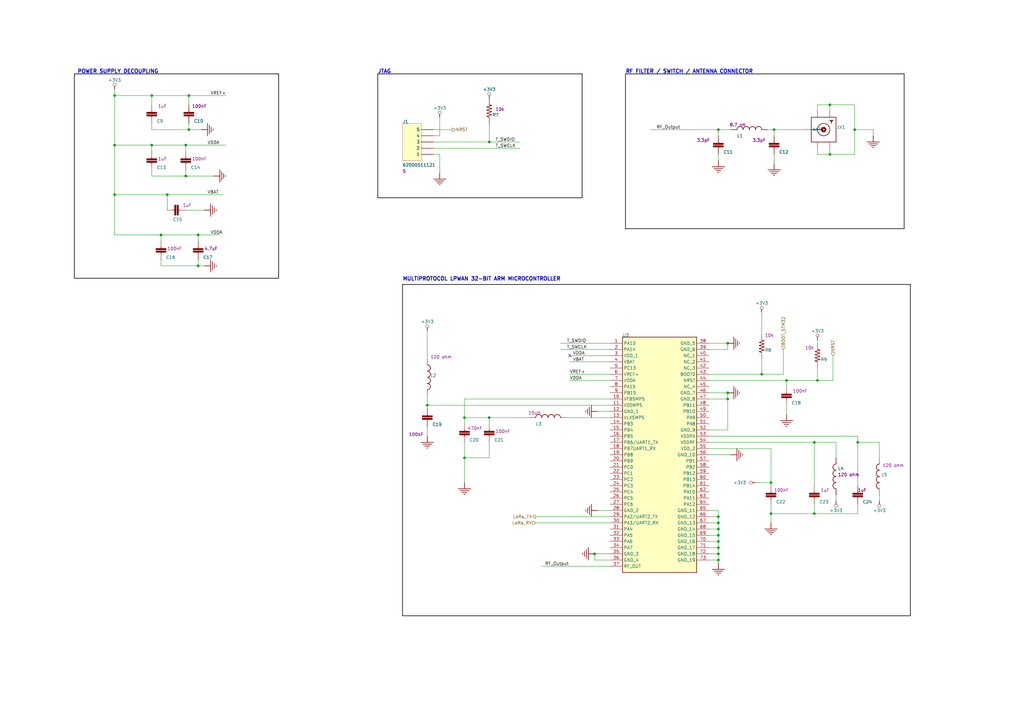
<source format=kicad_sch>
(kicad_sch (version 20231120) (generator "eeschema") (generator_version "8.0")
  (paper "A3")
  (title_block (title "Prototipo Medidor Sem Fio"))
  (lib_symbols
    (symbol "STM32WL_LHCbit-altium-import:+3V3_CIRCLE" (power)
      (property "Reference" "#PWR" (at 0 0 0))
      (property "Value" "+3V3" (at 0 3.81 0))
      (symbol "+3V3_CIRCLE_0_0"
        (circle (center 0 -1.905) (radius 0.635) (stroke (width 0.127)))
        (polyline (pts (xy 0 0) (xy 0 -1.27)) (stroke (width 0.254)))
        (pin power_in line (at 0 0 0) (length 0) hide (name "+3V3") (number ""))
      )
    )
    (symbol "STM32WL_LHCbit-altium-import:GND_POWER_GROUND" (power)
      (property "Reference" "#PWR" (at 0 0 0))
      (property "Value" "GND" (at 0 6.35 0))
      (symbol "GND_POWER_GROUND_0_0"
        (polyline (pts (xy -2.54 -2.54) (xy 2.54 -2.54)) (stroke (width 0.254)))
        (polyline (pts (xy -1.778 -3.302) (xy 1.778 -3.302)) (stroke (width 0.254)))
        (polyline (pts (xy -1.016 -4.064) (xy 1.016 -4.064)) (stroke (width 0.254)))
        (polyline (pts (xy -0.254 -4.826) (xy 0.254 -4.826)) (stroke (width 0.254)))
        (polyline (pts (xy 0 0) (xy 0 -2.54)) (stroke (width 0.254)))
        (pin power_in line (at 0 0 0) (length 0) hide (name "GND") (number ""))
      )
    )
    (symbol "STM32WL_LHCbit-altium-import:root_0_C-EUC0402"
      (symbol "root_0_C-EUC0402_1_0"
        (polyline (pts (xy 0 -2.032) (xy 0 -2.54)) (stroke (width 0.254) (color 128 0 0 1)))
        (polyline (pts (xy 0 -0.508) (xy 0 0)) (stroke (width 0.254) (color 128 0 0 1)))
        (rectangle (start 2.032 -1.524) (end -2.032 -2.032) (stroke (width 0.254) (color 128 0 0 1)) (fill (type outline)))
        (rectangle (start 2.032 -0.508) (end -2.032 -1.016) (stroke (width 0.254) (color 128 0 0 1)) (fill (type outline)))
        (pin passive line (at 0 2.54 270) (length 2.54) (name "1") (number "1"))
        (pin passive line (at 0 -5.08 90) (length 2.54) (name "2") (number "2"))
      )
    )
    (symbol "STM32WL_LHCbit-altium-import:root_0_L-US0603"
      (symbol "root_0_L-US0603_1_0"
        (arc (start 0 -5.08) (mid 0.898 -4.708) (end 1.27 -3.81) (stroke (width 0.254) (color 128 0 0 1)))
        (arc (start 0 -2.54) (mid 0.898 -2.168) (end 1.27 -1.27) (stroke (width 0.254) (color 128 0 0 1)))
        (arc (start 0 0) (mid 0.898 0.372) (end 1.27 1.27) (stroke (width 0.254) (color 128 0 0 1)))
        (arc (start 0 2.54) (mid 0.898 2.912) (end 1.27 3.81) (stroke (width 0.254) (color 128 0 0 1)))
        (arc (start 1.27 -3.81) (mid 0.898 -2.912) (end 0 -2.54) (stroke (width 0.254) (color 128 0 0 1)))
        (arc (start 1.27 -1.27) (mid 0.898 -0.372) (end 0 0) (stroke (width 0.254) (color 128 0 0 1)))
        (arc (start 1.27 1.27) (mid 0.898 2.168) (end 0 2.54) (stroke (width 0.254) (color 128 0 0 1)))
        (arc (start 1.27 3.81) (mid 0.898 4.708) (end 0 5.08) (stroke (width 0.254) (color 128 0 0 1)))
        (pin passive line (at 0 7.62 270) (length 2.54) (name "1") (number "1"))
        (pin passive line (at 0 -7.62 90) (length 2.54) (name "2") (number "2"))
      )
    )
    (symbol "STM32WL_LHCbit-altium-import:root_0_RAK3172-SiP"
      (symbol "root_0_RAK3172-SiP_1_0"
        (rectangle (start 35.56 2.54) (end 5.08 -93.98) (stroke (width 0.254) (color 128 0 0 1)) (fill (type background)))
        (pin passive line (at 0 0 0) (length 5.08) (name "PA13") (number "1"))
        (pin passive line (at 0 -22.86 0) (length 5.08) (name "VFBSMPS") (number "10"))
        (pin passive line (at 0 -25.4 0) (length 5.08) (name "VDDMPS") (number "11"))
        (pin passive line (at 0 -27.94 0) (length 5.08) (name "GND_1") (number "12"))
        (pin passive line (at 0 -30.48 0) (length 5.08) (name "VLXSMPS") (number "13"))
        (pin passive line (at 0 -33.02 0) (length 5.08) (name "PB3") (number "14"))
        (pin passive line (at 0 -35.56 0) (length 5.08) (name "PB4") (number "15"))
        (pin passive line (at 0 -38.1 0) (length 5.08) (name "PB5") (number "16"))
        (pin passive line (at 0 -40.64 0) (length 5.08) (name "PB6/UART1_TX") (number "17"))
        (pin passive line (at 0 -43.18 0) (length 5.08) (name "PB7UART1_RX") (number "18"))
        (pin passive line (at 0 -45.72 0) (length 5.08) (name "PB8") (number "19"))
        (pin passive line (at 0 -2.54 0) (length 5.08) (name "PA14") (number "2"))
        (pin passive line (at 0 -48.26 0) (length 5.08) (name "PB9") (number "20"))
        (pin passive line (at 0 -50.8 0) (length 5.08) (name "PC0") (number "21"))
        (pin passive line (at 0 -53.34 0) (length 5.08) (name "PC1") (number "22"))
        (pin passive line (at 0 -55.88 0) (length 5.08) (name "PC2") (number "23"))
        (pin passive line (at 0 -58.42 0) (length 5.08) (name "PC3") (number "24"))
        (pin passive line (at 0 -60.96 0) (length 5.08) (name "PC4") (number "25"))
        (pin passive line (at 0 -63.5 0) (length 5.08) (name "PC5") (number "26"))
        (pin passive line (at 0 -66.04 0) (length 5.08) (name "PC6") (number "27"))
        (pin passive line (at 0 -68.58 0) (length 5.08) (name "GND_2") (number "28"))
        (pin passive line (at 0 -71.12 0) (length 5.08) (name "PA2/UART2_TX") (number "29"))
        (pin passive line (at 0 -5.08 0) (length 5.08) (name "VDD_1") (number "3"))
        (pin passive line (at 0 -73.66 0) (length 5.08) (name "PA3/UART2_RX") (number "30"))
        (pin passive line (at 0 -76.2 0) (length 5.08) (name "PA4") (number "31"))
        (pin passive line (at 0 -78.74 0) (length 5.08) (name "PA5") (number "32"))
        (pin passive line (at 0 -81.28 0) (length 5.08) (name "PA6") (number "33"))
        (pin passive line (at 0 -83.82 0) (length 5.08) (name "PA7") (number "34"))
        (pin passive line (at 0 -86.36 0) (length 5.08) (name "GND_3") (number "35"))
        (pin passive line (at 0 -88.9 0) (length 5.08) (name "GND_4") (number "36"))
        (pin passive line (at 0 -91.44 0) (length 5.08) (name "RF_OUT") (number "37"))
        (pin passive line (at 40.64 0 180) (length 5.08) (name "GND_5") (number "38"))
        (pin passive line (at 40.64 -2.54 180) (length 5.08) (name "GND_6") (number "39"))
        (pin passive line (at 0 -7.62 0) (length 5.08) (name "VBAT") (number "4"))
        (pin passive line (at 40.64 -5.08 180) (length 5.08) (name "NC_1") (number "40"))
        (pin passive line (at 40.64 -7.62 180) (length 5.08) (name "NC_2") (number "41"))
        (pin passive line (at 40.64 -10.16 180) (length 5.08) (name "NC_3") (number "42"))
        (pin passive line (at 40.64 -12.7 180) (length 5.08) (name "BOOT0") (number "43"))
        (pin passive line (at 40.64 -15.24 180) (length 5.08) (name "NRST") (number "44"))
        (pin passive line (at 40.64 -17.78 180) (length 5.08) (name "NC_4") (number "45"))
        (pin passive line (at 40.64 -20.32 180) (length 5.08) (name "GND_7") (number "46"))
        (pin passive line (at 40.64 -22.86 180) (length 5.08) (name "GND_8") (number "47"))
        (pin passive line (at 40.64 -25.4 180) (length 5.08) (name "PB11") (number "48"))
        (pin passive line (at 40.64 -27.94 180) (length 5.08) (name "PB10") (number "49"))
        (pin passive line (at 0 -10.16 0) (length 5.08) (name "PC13") (number "5"))
        (pin passive line (at 40.64 -30.48 180) (length 5.08) (name "PA9") (number "50"))
        (pin passive line (at 40.64 -33.02 180) (length 5.08) (name "PA8") (number "51"))
        (pin passive line (at 40.64 -35.56 180) (length 5.08) (name "GND_9") (number "52"))
        (pin passive line (at 40.64 -38.1 180) (length 5.08) (name "VDDPA") (number "53"))
        (pin passive line (at 40.64 -40.64 180) (length 5.08) (name "VDDRF") (number "54"))
        (pin passive line (at 40.64 -43.18 180) (length 5.08) (name "VDD_2") (number "55"))
        (pin passive line (at 40.64 -45.72 180) (length 5.08) (name "GND_10") (number "56"))
        (pin passive line (at 40.64 -48.26 180) (length 5.08) (name "PB1") (number "57"))
        (pin passive line (at 40.64 -50.8 180) (length 5.08) (name "PB2") (number "58"))
        (pin passive line (at 40.64 -53.34 180) (length 5.08) (name "PB12") (number "59"))
        (pin passive line (at 0 -12.7 0) (length 5.08) (name "VREF+") (number "6"))
        (pin passive line (at 40.64 -55.88 180) (length 5.08) (name "PB13") (number "60"))
        (pin passive line (at 40.64 -58.42 180) (length 5.08) (name "PB14") (number "61"))
        (pin passive line (at 40.64 -60.96 180) (length 5.08) (name "PA10") (number "62"))
        (pin passive line (at 40.64 -63.5 180) (length 5.08) (name "PA11") (number "63"))
        (pin passive line (at 40.64 -66.04 180) (length 5.08) (name "PA12") (number "64"))
        (pin passive line (at 40.64 -68.58 180) (length 5.08) (name "GND_11") (number "65"))
        (pin passive line (at 40.64 -71.12 180) (length 5.08) (name "GND_12") (number "66"))
        (pin passive line (at 40.64 -73.66 180) (length 5.08) (name "GND_13") (number "67"))
        (pin passive line (at 40.64 -76.2 180) (length 5.08) (name "GND_14") (number "68"))
        (pin passive line (at 40.64 -78.74 180) (length 5.08) (name "GND_15") (number "69"))
        (pin passive line (at 0 -15.24 0) (length 5.08) (name "VDDA") (number "7"))
        (pin passive line (at 40.64 -81.28 180) (length 5.08) (name "GND_16") (number "70"))
        (pin passive line (at 40.64 -83.82 180) (length 5.08) (name "GND_17") (number "71"))
        (pin passive line (at 40.64 -86.36 180) (length 5.08) (name "GND_18") (number "72"))
        (pin passive line (at 40.64 -88.9 180) (length 5.08) (name "GND_19") (number "73"))
        (pin passive line (at 0 -17.78 0) (length 5.08) (name "PA15") (number "8"))
        (pin passive line (at 0 -20.32 0) (length 5.08) (name "PB15") (number "9"))
      )
    )
    (symbol "STM32WL_LHCbit-altium-import:root_0_SMACONNECTOR_EDGE_UFL"
      (symbol "root_0_SMACONNECTOR_EDGE_UFL_1_0"
        (polyline (pts (xy -5.08 -5.08) (xy 5.08 -5.08)) (stroke (width 0.254) (color 128 0 0 1)))
        (polyline (pts (xy -5.08 0) (xy -5.08 -5.08)) (stroke (width 0.254) (color 128 0 0 1)))
        (polyline (pts (xy -5.08 5.08) (xy -5.08 0)) (stroke (width 0.254) (color 128 0 0 1)))
        (polyline (pts (xy 0 0) (xy -5.08 0)) (stroke (width 0.254) (color 128 0 0 1)))
        (polyline (pts (xy 2.54 3.81) (xy 3.175 3.175)) (stroke (width 0.254) (color 128 0 0 1)))
        (polyline (pts (xy 3.175 2.54) (xy 3.175 3.81)) (stroke (width 0.254) (color 128 0 0 1)))
        (polyline (pts (xy 3.175 3.175) (xy 3.81 3.81)) (stroke (width 0.254) (color 128 0 0 1)))
        (polyline (pts (xy 3.175 3.81) (xy 2.54 3.81)) (stroke (width 0.254) (color 128 0 0 1)))
        (polyline (pts (xy 3.81 3.81) (xy 3.175 3.81)) (stroke (width 0.254) (color 128 0 0 1)))
        (polyline (pts (xy 5.08 -5.08) (xy 5.08 5.08)) (stroke (width 0.254) (color 128 0 0 1)))
        (polyline (pts (xy 5.08 5.08) (xy -5.08 5.08)) (stroke (width 0.254) (color 128 0 0 1)))
        (circle (center 0 0) (radius 0.359) (stroke (width 0.762) (color 128 0 0 1)))
        (circle (center 0 0) (radius 2.54) (stroke (width 0.254) (color 128 0 0 1)))
        (pin power_in line (at -2.54 7.62 270) (length 2.54) (name "GND1") (number "GND@1"))
        (pin power_in line (at 2.54 7.62 270) (length 2.54) (name "GND2") (number "GND@2"))
        (pin power_in line (at -2.54 -7.62 90) (length 2.54) (name "GND3") (number "GND@3"))
        (pin power_in line (at 2.54 -7.62 90) (length 2.54) (name "GND4") (number "GND@4"))
        (pin passive line (at -7.62 0 0) (length 2.54) (name "ANT") (number "P"))
      )
    )
    (symbol "STM32WL_LHCbit-altium-import:root_1_C-EUC0402"
      (symbol "root_1_C-EUC0402_1_0"
        (polyline (pts (xy 0.508 0) (xy 0 0)) (stroke (width 0.254) (color 128 0 0 1)))
        (polyline (pts (xy 2.032 0) (xy 2.54 0)) (stroke (width 0.254) (color 128 0 0 1)))
        (rectangle (start 1.016 2.032) (end 0.508 -2.032) (stroke (width 0.254) (color 128 0 0 1)) (fill (type outline)))
        (rectangle (start 2.032 2.032) (end 1.524 -2.032) (stroke (width 0.254) (color 128 0 0 1)) (fill (type outline)))
        (pin passive line (at -2.54 0 0) (length 2.54) (name "1") (number "1"))
        (pin passive line (at 5.08 0 180) (length 2.54) (name "2") (number "2"))
      )
    )
    (symbol "STM32WL_LHCbit-altium-import:root_1_L-US0402"
      (symbol "root_1_L-US0402_1_0"
        (arc (start -3.81 1.27) (mid -4.708 0.898) (end -5.08 0) (stroke (width 0.254) (color 128 0 0 1)))
        (arc (start -2.54 0) (mid -2.912 0.898) (end -3.81 1.27) (stroke (width 0.254) (color 128 0 0 1)))
        (arc (start -1.27 1.27) (mid -2.168 0.898) (end -2.54 0) (stroke (width 0.254) (color 128 0 0 1)))
        (arc (start 0 0) (mid -0.372 0.898) (end -1.27 1.27) (stroke (width 0.254) (color 128 0 0 1)))
        (arc (start 1.27 1.27) (mid 0.372 0.898) (end 0 0) (stroke (width 0.254) (color 128 0 0 1)))
        (arc (start 2.54 0) (mid 2.168 0.898) (end 1.27 1.27) (stroke (width 0.254) (color 128 0 0 1)))
        (arc (start 3.81 1.27) (mid 2.912 0.898) (end 2.54 0) (stroke (width 0.254) (color 128 0 0 1)))
        (arc (start 5.08 0) (mid 4.708 0.898) (end 3.81 1.27) (stroke (width 0.254) (color 128 0 0 1)))
        (pin passive line (at -7.62 0 0) (length 2.54) (name "1") (number "1"))
        (pin passive line (at 7.62 0 180) (length 2.54) (name "2") (number "2"))
      )
    )
    (symbol "STM32WL_LHCbit-altium-import:root_1_L-US0805"
      (symbol "root_1_L-US0805_1_0"
        (arc (start -3.81 1.27) (mid -4.708 0.898) (end -5.08 0) (stroke (width 0.254) (color 128 0 0 1)))
        (arc (start -2.54 0) (mid -2.912 0.898) (end -3.81 1.27) (stroke (width 0.254) (color 128 0 0 1)))
        (arc (start -1.27 1.27) (mid -2.168 0.898) (end -2.54 0) (stroke (width 0.254) (color 128 0 0 1)))
        (arc (start 0 0) (mid -0.372 0.898) (end -1.27 1.27) (stroke (width 0.254) (color 128 0 0 1)))
        (arc (start 1.27 1.27) (mid 0.372 0.898) (end 0 0) (stroke (width 0.254) (color 128 0 0 1)))
        (arc (start 2.54 0) (mid 2.168 0.898) (end 1.27 1.27) (stroke (width 0.254) (color 128 0 0 1)))
        (arc (start 3.81 1.27) (mid 2.912 0.898) (end 2.54 0) (stroke (width 0.254) (color 128 0 0 1)))
        (arc (start 5.08 0) (mid 4.708 0.898) (end 3.81 1.27) (stroke (width 0.254) (color 128 0 0 1)))
        (pin passive line (at -7.62 0 0) (length 2.54) (name "1") (number "1"))
        (pin passive line (at 7.62 0 180) (length 2.54) (name "2") (number "2"))
      )
    )
    (symbol "STM32WL_LHCbit-altium-import:root_1_R-US_R0402"
      (symbol "root_1_R-US_R0402_1_0"
        (polyline (pts (xy -1.016 -2.159) (xy 0 -2.54)) (stroke (width 0.254) (color 128 0 0 1)))
        (polyline (pts (xy -1.016 -0.889) (xy 1.016 -1.524)) (stroke (width 0.254) (color 128 0 0 1)))
        (polyline (pts (xy -1.016 0.381) (xy 1.016 -0.254)) (stroke (width 0.254) (color 128 0 0 1)))
        (polyline (pts (xy -1.016 1.651) (xy 1.016 1.016)) (stroke (width 0.254) (color 128 0 0 1)))
        (polyline (pts (xy 0 2.54) (xy 1.016 2.286)) (stroke (width 0.254) (color 128 0 0 1)))
        (polyline (pts (xy 1.016 -1.524) (xy -1.016 -2.159)) (stroke (width 0.254) (color 128 0 0 1)))
        (polyline (pts (xy 1.016 -0.254) (xy -1.016 -0.889)) (stroke (width 0.254) (color 128 0 0 1)))
        (polyline (pts (xy 1.016 1.016) (xy -1.016 0.381)) (stroke (width 0.254) (color 128 0 0 1)))
        (polyline (pts (xy 1.016 2.286) (xy -1.016 1.651)) (stroke (width 0.254) (color 128 0 0 1)))
        (pin passive line (at 0 -5.08 90) (length 2.54) (name "1") (number "1"))
        (pin passive line (at 0 5.08 270) (length 2.54) (name "2") (number "2"))
      )
    )
    (symbol "STM32WL_LHCbit-altium-import:root_2_62000511121"
      (symbol "root_2_62000511121_1_0"
        (rectangle (start 0 15.24) (end -7.62 0) (stroke (width 0.0254) (color 128 0 0 1)) (fill (type background)))
        (pin passive line (at 5.08 2.54 180) (length 5.08) (name "1") (number "1"))
        (pin passive line (at 5.08 5.08 180) (length 5.08) (name "2") (number "2"))
        (pin passive line (at 5.08 7.62 180) (length 5.08) (name "3") (number "3"))
        (pin passive line (at 5.08 10.16 180) (length 5.08) (name "4") (number "4"))
        (pin passive line (at 5.08 12.7 180) (length 5.08) (name "5") (number "5"))
      )
    )
    (symbol "STM32WL_LHCbit-altium-import:root_2_C-EUC0402"
      (symbol "root_2_C-EUC0402_1_0"
        (polyline (pts (xy 0 0.508) (xy 0 0)) (stroke (width 0.254) (color 128 0 0 1)))
        (polyline (pts (xy 0 2.032) (xy 0 2.54)) (stroke (width 0.254) (color 128 0 0 1)))
        (rectangle (start 2.032 1.016) (end -2.032 0.508) (stroke (width 0.254) (color 128 0 0 1)) (fill (type outline)))
        (rectangle (start 2.032 2.032) (end -2.032 1.524) (stroke (width 0.254) (color 128 0 0 1)) (fill (type outline)))
        (pin passive line (at 0 -2.54 90) (length 2.54) (name "1") (number "1"))
        (pin passive line (at 0 5.08 270) (length 2.54) (name "2") (number "2"))
      )
    )
    (symbol "STM32WL_LHCbit-altium-import:root_2_L-US0603"
      (symbol "root_2_L-US0603_1_0"
        (arc (start -1.27 -3.81) (mid -0.898 -4.708) (end 0 -5.08) (stroke (width 0.254) (color 128 0 0 1)))
        (arc (start -1.27 -1.27) (mid -0.898 -2.168) (end 0 -2.54) (stroke (width 0.254) (color 128 0 0 1)))
        (arc (start -1.27 1.27) (mid -0.898 0.372) (end 0 0) (stroke (width 0.254) (color 128 0 0 1)))
        (arc (start -1.27 3.81) (mid -0.898 2.912) (end 0 2.54) (stroke (width 0.254) (color 128 0 0 1)))
        (arc (start 0 -2.54) (mid -0.898 -2.912) (end -1.27 -3.81) (stroke (width 0.254) (color 128 0 0 1)))
        (arc (start 0 0) (mid -0.898 -0.372) (end -1.27 -1.27) (stroke (width 0.254) (color 128 0 0 1)))
        (arc (start 0 2.54) (mid -0.898 2.168) (end -1.27 1.27) (stroke (width 0.254) (color 128 0 0 1)))
        (arc (start 0 5.08) (mid -0.898 4.708) (end -1.27 3.81) (stroke (width 0.254) (color 128 0 0 1)))
        (pin passive line (at 0 -7.62 90) (length 2.54) (name "1") (number "1"))
        (pin passive line (at 0 7.62 270) (length 2.54) (name "2") (number "2"))
      )
    )
  )
  (junction (at 294.64 211.9122))
  (junction (at 294.64 219.5322))
  (junction (at 46.99 39.1922))
  (junction (at 335.28 156.0322))
  (junction (at 77.47 53.1622))
  (junction (at 351.79 181.4322))
  (junction (at 312.42 153.4922))
  (junction (at 322.58 156.0322))
  (junction (at 294.64 224.6122))
  (junction (at 46.99 79.8322))
  (junction (at 350.52 53.1622))
  (junction (at 243.84 227.1522))
  (junction (at 62.23 59.5122))
  (junction (at 294.64 227.1522))
  (junction (at 334.01 210.6422))
  (junction (at 316.23 210.6422))
  (junction (at 340.36 63.3222))
  (junction (at 340.36 43.0022))
  (junction (at 294.64 222.0722))
  (junction (at 77.47 39.1922))
  (junction (at 190.5 171.2722))
  (junction (at 316.23 197.9422))
  (junction (at 76.2 72.2122))
  (junction (at 294.64 216.9922))
  (junction (at 298.45 163.6522))
  (junction (at 294.64 214.4522))
  (junction (at 76.2 59.5122))
  (junction (at 66.04 96.3422))
  (junction (at 317.5 53.1622))
  (junction (at 334.01 181.4322))
  (junction (at 298.45 161.1122))
  (junction (at 46.99 59.5122))
  (junction (at 298.45 140.7922))
  (junction (at 200.66 58.2422))
  (junction (at 190.5 187.7822))
  (junction (at 294.64 229.6922))
  (junction (at 200.66 171.2722))
  (junction (at 68.58 79.8322))
  (junction (at 81.28 96.3422))
  (junction (at 294.64 53.1622))
  (junction (at 81.28 109.0422))
  (junction (at 175.26 166.1922))
  (junction (at 62.23 39.1922))
  (no_connect (at 233.68 145.8722))
  (wire (pts (xy 217.17 171.2722) (xy 200.66 171.2722)))
  (wire (pts (xy 77.47 53.1622) (xy 77.47 50.6222)))
  (wire (pts (xy 290.83 224.6122) (xy 294.64 224.6122)))
  (wire (pts (xy 290.83 211.9122) (xy 294.64 211.9122)))
  (wire (pts (xy 290.83 186.5122) (xy 299.72 186.5122)))
  (wire (pts (xy 290.83 214.4522) (xy 294.64 214.4522)))
  (wire (pts (xy 294.64 65.8622) (xy 294.64 63.3222)))
  (wire (pts (xy 290.83 219.5322) (xy 294.64 219.5322)))
  (wire (pts (xy 76.2 72.2122) (xy 87.63 72.2122)))
  (wire (pts (xy 250.19 166.1922) (xy 175.26 166.1922)))
  (wire (pts (xy 250.19 171.2722) (xy 232.41 171.2722)))
  (wire (pts (xy 91.44 79.8322) (xy 68.58 79.8322)))
  (wire (pts (xy 294.64 222.0722) (xy 294.64 224.6122)))
  (wire (pts (xy 316.23 206.8322) (xy 316.23 210.6422)))
  (wire (pts (xy 243.84 227.1522) (xy 250.19 227.1522)))
  (wire (pts (xy 76.2 69.6722) (xy 76.2 72.2122)))
  (wire (pts (xy 66.04 96.3422) (xy 81.28 96.3422)))
  (wire (pts (xy 342.9 205.5622) (xy 342.9 203.0222)))
  (wire (pts (xy 180.34 70.9422) (xy 180.34 63.3222)))
  (wire (pts (xy 250.19 214.4522) (xy 219.71 214.4522)))
  (wire (pts (xy 200.66 50.6222) (xy 200.66 58.2422)))
  (wire (pts (xy 340.36 63.3222) (xy 340.36 60.7822)))
  (wire (pts (xy 190.5 163.6522) (xy 250.19 163.6522)))
  (wire (pts (xy 200.66 173.8122) (xy 200.66 171.2722)))
  (wire (pts (xy 290.83 222.0722) (xy 294.64 222.0722)))
  (wire (pts (xy 62.23 69.6722) (xy 62.23 72.2122)))
  (wire (pts (xy 312.42 128.0922) (xy 312.42 136.9822)))
  (wire (pts (xy 335.28 43.0022) (xy 340.36 43.0022)))
  (wire (pts (xy 82.55 53.1622) (xy 77.47 53.1622)))
  (wire (pts (xy 213.36 58.2422) (xy 200.66 58.2422)))
  (wire (pts (xy 222.25 232.2322) (xy 250.19 232.2322)))
  (wire (pts (xy 298.45 140.7922) (xy 290.83 140.7922)))
  (wire (pts (xy 322.58 156.0322) (xy 335.28 156.0322)))
  (wire (pts (xy 316.23 210.6422) (xy 316.23 214.4522)))
  (wire (pts (xy 351.79 181.4322) (xy 351.79 178.8922)))
  (wire (pts (xy 46.99 79.8322) (xy 46.99 96.3422)))
  (wire (pts (xy 334.01 210.6422) (xy 351.79 210.6422)))
  (wire (pts (xy 77.47 53.1622) (xy 62.23 53.1622)))
  (polyline (pts (xy 373.38 116.6622) (xy 373.38 252.5522)) (stroke (width 0.254) (type solid) (color 0 0 0 1)))
  (wire (pts (xy 76.2 59.5122) (xy 62.23 59.5122)))
  (polyline (pts (xy 238.76 30.3022) (xy 238.76 81.1022)) (stroke (width 0.254) (type solid) (color 0 0 0 1)))
  (wire (pts (xy 298.45 161.1122) (xy 298.45 163.6522)))
  (wire (pts (xy 312.42 153.4922) (xy 312.42 147.1422)))
  (wire (pts (xy 316.23 197.9422) (xy 316.23 199.2122)))
  (wire (pts (xy 177.8 60.7822) (xy 213.36 60.7822)))
  (wire (pts (xy 190.5 173.8122) (xy 190.5 171.2722)))
  (wire (pts (xy 68.58 79.8322) (xy 46.99 79.8322)))
  (wire (pts (xy 290.83 161.1122) (xy 298.45 161.1122)))
  (wire (pts (xy 92.71 59.5122) (xy 76.2 59.5122)))
  (wire (pts (xy 294.64 224.6122) (xy 294.64 227.1522)))
  (wire (pts (xy 342.9 187.7822) (xy 342.9 181.4322)))
  (wire (pts (xy 190.5 187.7822) (xy 200.66 187.7822)))
  (wire (pts (xy 294.64 229.6922) (xy 294.64 230.9622)))
  (wire (pts (xy 322.58 158.5722) (xy 322.58 156.0322)))
  (wire (pts (xy 81.28 96.3422) (xy 90.17 96.3422)))
  (wire (pts (xy 334.01 210.6422) (xy 334.01 206.8322)))
  (wire (pts (xy 350.52 53.1622) (xy 350.52 43.0022)))
  (wire (pts (xy 294.64 227.1522) (xy 294.64 229.6922)))
  (wire (pts (xy 317.5 53.1622) (xy 330.2 53.1622)))
  (wire (pts (xy 62.23 72.2122) (xy 76.2 72.2122)))
  (wire (pts (xy 200.66 187.7822) (xy 200.66 181.4322)))
  (wire (pts (xy 290.83 143.3322) (xy 298.45 143.3322)))
  (wire (pts (xy 77.47 39.1922) (xy 92.71 39.1922)))
  (wire (pts (xy 190.5 181.4322) (xy 190.5 187.7822)))
  (wire (pts (xy 351.79 178.8922) (xy 290.83 178.8922)))
  (wire (pts (xy 340.36 43.0022) (xy 340.36 45.5422)))
  (wire (pts (xy 175.26 135.7122) (xy 175.26 147.1422)))
  (wire (pts (xy 335.28 45.5422) (xy 335.28 43.0022)))
  (polyline (pts (xy 256.54 30.3022) (xy 370.84 30.3022)) (stroke (width 0.254) (type solid) (color 0 0 0 1)))
  (wire (pts (xy 316.23 197.9422) (xy 316.23 183.9722)))
  (wire (pts (xy 243.84 229.6922) (xy 243.84 227.1522)))
  (wire (pts (xy 322.58 166.1922) (xy 322.58 170.0022)))
  (wire (pts (xy 316.23 210.6422) (xy 334.01 210.6422)))
  (wire (pts (xy 66.04 98.8822) (xy 66.04 96.3422)))
  (polyline (pts (xy 114.3 114.1222) (xy 30.48 114.1222)) (stroke (width 0.254) (type solid) (color 0 0 0 1)))
  (wire (pts (xy 335.28 60.7822) (xy 335.28 63.3222)))
  (polyline (pts (xy 373.38 252.5522) (xy 165.1 252.5522)) (stroke (width 0.254) (type solid) (color 0 0 0 1)))
  (wire (pts (xy 219.71 211.9122) (xy 250.19 211.9122)))
  (wire (pts (xy 317.5 55.7022) (xy 317.5 53.1622)))
  (wire (pts (xy 335.28 150.9522) (xy 335.28 156.0322)))
  (wire (pts (xy 62.23 62.0522) (xy 62.23 59.5122)))
  (wire (pts (xy 298.45 176.3522) (xy 298.45 163.6522)))
  (wire (pts (xy 200.66 58.2422) (xy 177.8 58.2422)))
  (wire (pts (xy 360.68 187.7822) (xy 360.68 181.4322)))
  (polyline (pts (xy 256.54 93.8022) (xy 256.54 30.3022)) (stroke (width 0.254) (type solid) (color 0 0 0 1)))
  (wire (pts (xy 342.9 181.4322) (xy 334.01 181.4322)))
  (wire (pts (xy 309.88 197.9422) (xy 316.23 197.9422)))
  (wire (pts (xy 312.42 153.4922) (xy 321.31 153.4922)))
  (wire (pts (xy 83.82 86.1822) (xy 76.2 86.1822)))
  (wire (pts (xy 290.83 176.3522) (xy 298.45 176.3522)))
  (wire (pts (xy 68.58 79.8322) (xy 68.58 86.1822)))
  (wire (pts (xy 335.28 63.3222) (xy 340.36 63.3222)))
  (wire (pts (xy 299.72 53.1622) (xy 294.64 53.1622)))
  (wire (pts (xy 175.26 175.0822) (xy 175.26 178.8922)))
  (wire (pts (xy 81.28 98.8822) (xy 81.28 96.3422)))
  (wire (pts (xy 180.34 55.7022) (xy 177.8 55.7022)))
  (wire (pts (xy 350.52 63.3222) (xy 350.52 53.1622)))
  (wire (pts (xy 350.52 53.1622) (xy 358.14 53.1622)))
  (wire (pts (xy 294.64 219.5322) (xy 294.64 222.0722)))
  (wire (pts (xy 46.99 59.5122) (xy 46.99 79.8322)))
  (wire (pts (xy 185.42 53.1622) (xy 177.8 53.1622)))
  (polyline (pts (xy 30.48 114.1222) (xy 30.48 30.3022)) (stroke (width 0.254) (type solid) (color 0 0 0 1)))
  (wire (pts (xy 335.28 156.0322) (xy 341.63 156.0322)))
  (wire (pts (xy 334.01 181.4322) (xy 290.83 181.4322)))
  (polyline (pts (xy 165.1 252.5522) (xy 165.1 116.6622)) (stroke (width 0.254) (type solid) (color 0 0 0 1)))
  (wire (pts (xy 298.45 143.3322) (xy 298.45 140.7922)))
  (wire (pts (xy 83.82 109.0422) (xy 81.28 109.0422)))
  (wire (pts (xy 250.19 140.7922) (xy 229.87 140.7922)))
  (wire (pts (xy 290.83 153.4922) (xy 312.42 153.4922)))
  (wire (pts (xy 350.52 43.0022) (xy 340.36 43.0022)))
  (wire (pts (xy 335.28 140.7922) (xy 335.28 139.5222)))
  (wire (pts (xy 358.14 53.1622) (xy 358.14 55.7022)))
  (wire (pts (xy 341.63 156.0322) (xy 341.63 145.8722)))
  (wire (pts (xy 175.26 167.4622) (xy 175.26 166.1922)))
  (polyline (pts (xy 238.76 81.1022) (xy 154.94 81.1022)) (stroke (width 0.254) (type solid) (color 0 0 0 1)))
  (wire (pts (xy 175.26 166.1922) (xy 175.26 162.3822)))
  (wire (pts (xy 317.5 67.1322) (xy 317.5 63.3222)))
  (wire (pts (xy 250.19 156.0322) (xy 233.68 156.0322)))
  (wire (pts (xy 81.28 109.0422) (xy 66.04 109.0422)))
  (wire (pts (xy 250.19 229.6922) (xy 243.84 229.6922)))
  (wire (pts (xy 46.99 39.1922) (xy 62.23 39.1922)))
  (wire (pts (xy 250.19 145.8722) (xy 233.68 145.8722)))
  (wire (pts (xy 46.99 39.1922) (xy 46.99 59.5122)))
  (wire (pts (xy 294.64 216.9922) (xy 294.64 219.5322)))
  (polyline (pts (xy 30.48 30.3022) (xy 114.3 30.3022)) (stroke (width 0.254) (type solid) (color 0 0 0 1)))
  (wire (pts (xy 62.23 59.5122) (xy 46.99 59.5122)))
  (wire (pts (xy 77.47 43.0022) (xy 77.47 39.1922)))
  (wire (pts (xy 314.96 53.1622) (xy 317.5 53.1622)))
  (polyline (pts (xy 370.84 93.8022) (xy 256.54 93.8022)) (stroke (width 0.254) (type solid) (color 0 0 0 1)))
  (wire (pts (xy 190.5 171.2722) (xy 190.5 163.6522)))
  (polyline (pts (xy 370.84 30.3022) (xy 370.84 93.8022)) (stroke (width 0.254) (type solid) (color 0 0 0 1)))
  (wire (pts (xy 290.83 216.9922) (xy 294.64 216.9922)))
  (wire (pts (xy 46.99 36.6522) (xy 46.99 39.1922)))
  (wire (pts (xy 250.19 168.7322) (xy 245.11 168.7322)))
  (wire (pts (xy 250.19 143.3322) (xy 229.87 143.3322)))
  (wire (pts (xy 46.99 96.3422) (xy 66.04 96.3422)))
  (wire (pts (xy 340.36 63.3222) (xy 350.52 63.3222)))
  (wire (pts (xy 250.19 153.4922) (xy 233.68 153.4922)))
  (wire (pts (xy 81.28 109.0422) (xy 81.28 106.5022)))
  (wire (pts (xy 360.68 181.4322) (xy 351.79 181.4322)))
  (wire (pts (xy 316.23 183.9722) (xy 290.83 183.9722)))
  (wire (pts (xy 66.04 109.0422) (xy 66.04 106.5022)))
  (wire (pts (xy 290.83 229.6922) (xy 294.64 229.6922)))
  (wire (pts (xy 290.83 227.1522) (xy 294.64 227.1522)))
  (wire (pts (xy 190.5 187.7822) (xy 190.5 197.9422)))
  (wire (pts (xy 290.83 156.0322) (xy 322.58 156.0322)))
  (wire (pts (xy 321.31 153.4922) (xy 321.31 143.3322)))
  (wire (pts (xy 351.79 199.2122) (xy 351.79 181.4322)))
  (wire (pts (xy 180.34 63.3222) (xy 177.8 63.3222)))
  (polyline (pts (xy 165.1 116.6622) (xy 373.38 116.6622)) (stroke (width 0.254) (type solid) (color 0 0 0 1)))
  (wire (pts (xy 62.23 43.0022) (xy 62.23 39.1922)))
  (polyline (pts (xy 154.94 30.3022) (xy 238.76 30.3022)) (stroke (width 0.254) (type solid) (color 0 0 0 1)))
  (wire (pts (xy 294.64 55.7022) (xy 294.64 53.1622)))
  (wire (pts (xy 250.19 148.4122) (xy 233.68 148.4122)))
  (wire (pts (xy 76.2 62.0522) (xy 76.2 59.5122)))
  (wire (pts (xy 62.23 39.1922) (xy 77.47 39.1922)))
  (wire (pts (xy 294.64 211.9122) (xy 294.64 214.4522)))
  (wire (pts (xy 351.79 210.6422) (xy 351.79 206.8322)))
  (wire (pts (xy 290.83 209.3722) (xy 294.64 209.3722)))
  (wire (pts (xy 62.23 53.1622) (xy 62.23 50.6222)))
  (polyline (pts (xy 154.94 81.1022) (xy 154.94 30.3022)) (stroke (width 0.254) (type solid) (color 0 0 0 1)))
  (wire (pts (xy 294.64 53.1622) (xy 266.7 53.1622)))
  (polyline (pts (xy 114.3 30.3022) (xy 114.3 114.1222)) (stroke (width 0.254) (type solid) (color 0 0 0 1)))
  (wire (pts (xy 250.19 209.3722) (xy 245.11 209.3722)))
  (wire (pts (xy 298.45 163.6522) (xy 290.83 163.6522)))
  (wire (pts (xy 334.01 199.2122) (xy 334.01 181.4322)))
  (wire (pts (xy 360.68 205.5622) (xy 360.68 203.0222)))
  (wire (pts (xy 200.66 171.2722) (xy 190.5 171.2722)))
  (wire (pts (xy 294.64 214.4522) (xy 294.64 216.9922)))
  (wire (pts (xy 180.34 48.0822) (xy 180.34 55.7022)))
  (wire (pts (xy 294.64 209.3722) (xy 294.64 211.9122)))
  (text "MULTIPROTOCOL LPWAN 32-BIT ARM MICROCONTROLLER" (at 165.1 115.3922 0) (effects (font (size 1.524 1.524) (bold yes)) (justify left bottom)))
  (text "JTAG" (at 154.94 30.3022 0) (effects (font (size 1.524 1.524) (bold yes)) (justify left bottom)))
  (text "RF FILTER / SWITCH / ANTENNA CONNECTOR" (at 256.54 30.3022 0) (effects (font (size 1.524 1.524) (bold yes)) (justify left bottom)))
  (text "POWER SUPPLY DECOUPLING" (at 31.75 30.3022 0) (effects (font (size 1.524 1.524) (bold yes)) (justify left bottom)))
  (text "" (at 323.088 269.5702 0) (effects (font (size 1.27 1.27)) (justify left bottom)))
  (label "VDDA" (at 234.95 145.8722 0))
  (label "VDDA" (at 86.36 96.3422 0))
  (label "T_SWCLK" (at 203.2 60.7822 0))
  (label "VBAT" (at 85.09 79.8322 0))
  (label "RF_Output" (at 223.52 232.2322 0))
  (label "VDDA" (at 85.09 59.5122 0))
  (label "T_SWCLK" (at 232.41 143.3322 0))
  (label "VREF+" (at 86.36 39.1922 0))
  (label "T_SWDIO" (at 203.2 58.2422 0))
  (label "VBAT" (at 234.95 148.4122 0))
  (label "VREF+" (at 233.68 153.4922 0))
  (label "RF_Output" (at 269.24 53.1622 0))
  (label "VDDA" (at 233.68 156.0322 0))
  (label "T_SWDIO" (at 232.41 140.7922 0))
  (hierarchical_label "NRST" (shape input) (at 341.63 145.8722 90))
  (hierarchical_label "NRST" (shape output) (at 185.42 53.1622 0))
  (hierarchical_label "LoRa_TX" (shape output) (at 219.71 211.9122 180))
  (hierarchical_label "LoRa_RX" (shape input) (at 219.71 214.4522 180))
  (hierarchical_label "BOOT_STM32" (shape input) (at 321.31 143.3322 90))
  (symbol (lib_id "STM32WL_LHCbit-altium-import:GND_POWER_GROUND") (at 358.14 55.7022 0) (unit 1)
    (property "Reference" "#PWR?" (effects (hide yes)))
    (property "Value" "GND" (effects (hide yes)))
  )
  (symbol (lib_id "STM32WL_LHCbit-altium-import:+3V3_CIRCLE") (at 175.26 135.7122 180) (unit 1)
    (property "Reference" "#PWR?" (effects (hide yes)))
    (property "Value" "+3V3" (at 175.26 131.9022 0))
  )
  (symbol (lib_id "STM32WL_LHCbit-altium-import:root_2_L-US0603") (at 360.68 195.4022 0) (unit 1)
    (property "Reference" "L5" (at 361.442 195.4022 0) (effects (justify left bottom)))
    (property "Value" "Ferrite bead 0603" (effects (hide yes)))
    (property "Footprint" "L0603" (effects (hide yes)))
    (property "PART NUMBER" "YI160808U121-2R5T" (effects (hide yes)))
    (property "ALTIUM_VALUE" "120 ohm" (at 361.95 191.5922 0) (effects (justify left bottom)))
    (property "VENDOR" "YJYCOIN" (effects (hide yes)))
    (property "FAMÍLIA" "Inductor" (effects (hide yes)))
  )
  (symbol (lib_id "STM32WL_LHCbit-altium-import:root_0_C-EUC0402") (at 62.23 45.5422 0) (unit 1)
    (property "Reference" "C9" (at 64.262 50.3682 0) (effects (justify left bottom)))
    (property "Value" "C-EUC0402" (effects (hide yes)))
    (property "Footprint" "C0402" (effects (hide yes)))
    (property "PART NUMBER" "CL05A105KA5NQNC" (effects (hide yes)))
    (property "ALTIUM_VALUE" "1uF" (at 64.77 44.2722 0) (effects (justify left bottom)))
    (property "VENDOR" "Samsung" (effects (hide yes)))
    (property "FAMÍLIA" "Capacitor" (effects (hide yes)))
  )
  (symbol (lib_id "STM32WL_LHCbit-altium-import:root_1_L-US0805") (at 224.79 171.2722 0) (unit 1)
    (property "Reference" "L3" (at 219.71 174.5742 0) (effects (justify left bottom)))
    (property "Footprint" "L0805" (effects (hide yes)))
    (property "PART NUMBER" "MLZ2012M150WTD25" (effects (hide yes)))
    (property "ALTIUM_VALUE" "15uH" (at 216.662 170.0022 0) (effects (justify left bottom)))
    (property "VENDOR" "TDK" (effects (hide yes)))
    (property "FAMÍLIA" "Inductor" (effects (hide yes)))
  )
  (symbol (lib_id "STM32WL_LHCbit-altium-import:GND_POWER_GROUND") (at 180.34 70.9422 0) (unit 1)
    (property "Reference" "#PWR?" (effects (hide yes)))
    (property "Value" "GND" (effects (hide yes)))
  )
  (symbol (lib_id "STM32WL_LHCbit-altium-import:root_2_C-EUC0402") (at 294.64 60.7822 0) (unit 1)
    (property "Reference" "C11" (at 296.672 63.0682 0) (effects (justify left bottom)))
    (property "Value" "C-EUC0402" (effects (hide yes)))
    (property "Footprint" "C0402" (effects (hide yes)))
    (property "PART NUMBER" "GRM1555C1H3R3WA01D" (effects (hide yes)))
    (property "ALTIUM_VALUE" "3.3pF" (at 285.75 58.2422 0) (effects (justify left bottom)))
    (property "VENDOR" "Murata" (effects (hide yes)))
    (property "FAMÍLIA" "Capacitor" (effects (hide yes)))
  )
  (symbol (lib_id "STM32WL_LHCbit-altium-import:GND_POWER_GROUND") (at 87.63 72.2122 90) (unit 1)
    (property "Reference" "#PWR?" (effects (hide yes)))
    (property "Value" "GND" (effects (hide yes)))
  )
  (symbol (lib_id "STM32WL_LHCbit-altium-import:+3V3_CIRCLE") (at 312.42 128.0922 180) (unit 1)
    (property "Reference" "#PWR?" (effects (hide yes)))
    (property "Value" "+3V3" (at 312.42 124.2822 0))
  )
  (symbol (lib_id "STM32WL_LHCbit-altium-import:root_1_C-EUC0402") (at 71.12 86.1822 0) (unit 1)
    (property "Reference" "C15" (at 70.866 90.7542 0) (effects (justify left bottom)))
    (property "Value" "C-EUC0402" (effects (hide yes)))
    (property "Footprint" "C0402" (effects (hide yes)))
    (property "PART NUMBER" "CL05A105KA5NQNC" (effects (hide yes)))
    (property "ALTIUM_VALUE" "1uF" (at 74.93 84.9122 0) (effects (justify left bottom)))
    (property "VENDOR" "Samsung" (effects (hide yes)))
    (property "FAMÍLIA" "Capacitor" (effects (hide yes)))
  )
  (symbol (lib_id "STM32WL_LHCbit-altium-import:GND_POWER_GROUND") (at 298.45 140.7922 90) (unit 1)
    (property "Reference" "#PWR?" (effects (hide yes)))
    (property "Value" "GND" (effects (hide yes)))
  )
  (symbol (lib_id "STM32WL_LHCbit-altium-import:GND_POWER_GROUND") (at 245.11 209.3722 270) (unit 1)
    (property "Reference" "#PWR?" (effects (hide yes)))
    (property "Value" "GND" (effects (hide yes)))
  )
  (symbol (lib_id "STM32WL_LHCbit-altium-import:root_0_SMACONNECTOR_EDGE_UFL") (at 337.82 53.1622 0) (unit 1)
    (property "Reference" "JX1" (at 343.154 52.9082 0) (effects (justify left bottom)))
    (property "Value" "SMACONNECTOR_EDGE_UFL" (effects (hide yes)))
    (property "Footprint" "SMA_EDGELAUNCH_UFL" (effects (hide yes)))
    (property "PART NUMBER" "SMA-J-P-H-ST-EM1" (effects (hide yes)))
    (property "VENDOR" "SAMTECH" (effects (hide yes)))
    (property "FAMÍLIA" "Connector" (effects (hide yes)))
  )
  (symbol (lib_id "STM32WL_LHCbit-altium-import:+3V3_CIRCLE") (at 360.68 205.5622 0) (unit 1)
    (property "Reference" "#PWR?" (effects (hide yes)))
    (property "Value" "+3V3" (at 360.68 209.3722 0))
  )
  (symbol (lib_id "STM32WL_LHCbit-altium-import:+3V3_CIRCLE") (at 180.34 48.0822 180) (unit 1)
    (property "Reference" "#PWR?" (effects (hide yes)))
    (property "Value" "+3V3" (at 180.34 44.2722 0))
  )
  (symbol (lib_id "STM32WL_LHCbit-altium-import:GND_POWER_GROUND") (at 83.82 109.0422 90) (unit 1)
    (property "Reference" "#PWR?" (effects (hide yes)))
    (property "Value" "GND" (effects (hide yes)))
  )
  (symbol (lib_id "STM32WL_LHCbit-altium-import:+3V3_CIRCLE") (at 342.9 205.5622 0) (unit 1)
    (property "Reference" "#PWR?" (effects (hide yes)))
    (property "Value" "+3V3" (at 342.9 209.3722 0))
  )
  (symbol (lib_id "STM32WL_LHCbit-altium-import:root_0_C-EUC0402") (at 351.79 201.7522 0) (unit 1)
    (property "Reference" "C24" (at 353.822 206.5782 0) (effects (justify left bottom)))
    (property "Value" "C-EUC0402" (effects (hide yes)))
    (property "Footprint" "C0402" (effects (hide yes)))
    (property "PART NUMBER" "CL05A105KA5NQNC" (effects (hide yes)))
    (property "ALTIUM_VALUE" "1uF" (at 351.79 201.7522 0) (effects (justify left bottom)))
    (property "VENDOR" "Samsung" (effects (hide yes)))
    (property "FAMÍLIA" "Capacitor" (effects (hide yes)))
  )
  (symbol (lib_id "STM32WL_LHCbit-altium-import:+3V3_CIRCLE") (at 309.88 197.9422 270) (unit 1)
    (property "Reference" "#PWR?" (effects (hide yes)))
    (property "Value" "+3V3" (at 306.07 197.9422 90) (effects (justify right)))
  )
  (symbol (lib_id "STM32WL_LHCbit-altium-import:root_1_L-US0402") (at 307.34 53.1622 0) (unit 1)
    (property "Reference" "L1" (at 302.26 56.4642 0) (effects (justify left bottom)))
    (property "Value" "Ferrite bead 0402" (effects (hide yes)))
    (property "Footprint" "L0402 - rounded" (effects (hide yes)))
    (property "PART NUMBER" "LQW15AN8N7G00D" (effects (hide yes)))
    (property "ALTIUM_VALUE" "8.7 nH" (at 299.212 51.8922 0) (effects (justify left bottom)))
    (property "VENDOR" "Murata" (effects (hide yes)))
    (property "FAMÍLIA" "Inductor" (effects (hide yes)))
  )
  (symbol (lib_id "STM32WL_LHCbit-altium-import:GND_POWER_GROUND") (at 294.64 65.8622 0) (unit 1)
    (property "Reference" "#PWR?" (effects (hide yes)))
    (property "Value" "GND" (effects (hide yes)))
  )
  (symbol (lib_id "STM32WL_LHCbit-altium-import:root_0_C-EUC0402") (at 316.23 201.7522 0) (unit 1)
    (property "Reference" "C22" (at 318.262 206.5782 0) (effects (justify left bottom)))
    (property "Value" "C-EUC0402" (effects (hide yes)))
    (property "Footprint" "C0402" (effects (hide yes)))
    (property "PART NUMBER" "C0402C104K8" (effects (hide yes)))
    (property "ALTIUM_VALUE" "100nF" (at 317.5 201.7522 0) (effects (justify left bottom)))
    (property "VENDOR" "KEMET" (effects (hide yes)))
    (property "FAMÍLIA" "Capacitor" (effects (hide yes)))
  )
  (symbol (lib_id "STM32WL_LHCbit-altium-import:GND_POWER_GROUND") (at 175.26 178.8922 0) (unit 1)
    (property "Reference" "#PWR?" (effects (hide yes)))
    (property "Value" "GND" (effects (hide yes)))
  )
  (symbol (lib_id "STM32WL_LHCbit-altium-import:+3V3_CIRCLE") (at 46.99 36.6522 180) (unit 1)
    (property "Reference" "#PWR?" (effects (hide yes)))
    (property "Value" "+3V3" (at 46.99 32.8422 0))
  )
  (symbol (lib_id "STM32WL_LHCbit-altium-import:GND_POWER_GROUND") (at 82.55 53.1622 90) (unit 1)
    (property "Reference" "#PWR?" (effects (hide yes)))
    (property "Value" "GND" (effects (hide yes)))
  )
  (symbol (lib_id "STM32WL_LHCbit-altium-import:GND_POWER_GROUND") (at 316.23 214.4522 0) (unit 1)
    (property "Reference" "#PWR?" (effects (hide yes)))
    (property "Value" "GND" (effects (hide yes)))
  )
  (symbol (lib_id "STM32WL_LHCbit-altium-import:root_1_R-US_R0402") (at 335.28 145.8722 0) (unit 1)
    (property "Reference" "R9" (at 336.55 148.1582 0) (effects (justify left bottom)))
    (property "Value" "R-US_R0402" (effects (hide yes)))
    (property "Footprint" "R0402" (effects (hide yes)))
    (property "PART NUMBER" "RC0402FR-0710KL" (effects (hide yes)))
    (property "ALTIUM_VALUE" "10k" (at 330.2 143.3322 0) (effects (justify left bottom)))
    (property "VENDOR" "YAGEO" (effects (hide yes)))
    (property "FAMÍLIA" "Resistor" (effects (hide yes)))
  )
  (symbol (lib_id "STM32WL_LHCbit-altium-import:root_2_C-EUC0402") (at 317.5 60.7822 0) (unit 1)
    (property "Reference" "C12" (at 319.532 63.0682 0) (effects (justify left bottom)))
    (property "Value" "C-EUC0402" (effects (hide yes)))
    (property "Footprint" "C0402" (effects (hide yes)))
    (property "PART NUMBER" "GRM1555C1H3R3WA01D" (effects (hide yes)))
    (property "ALTIUM_VALUE" "3.3pF" (at 308.61 58.2422 0) (effects (justify left bottom)))
    (property "VENDOR" "Murata" (effects (hide yes)))
    (property "FAMÍLIA" "Capacitor" (effects (hide yes)))
  )
  (symbol (lib_id "STM32WL_LHCbit-altium-import:+3V3_CIRCLE") (at 335.28 139.5222 180) (unit 1)
    (property "Reference" "#PWR?" (effects (hide yes)))
    (property "Value" "+3V3" (at 335.28 135.7122 0))
  )
  (symbol (lib_id "STM32WL_LHCbit-altium-import:GND_POWER_GROUND") (at 298.45 161.1122 90) (unit 1)
    (property "Reference" "#PWR?" (effects (hide yes)))
    (property "Value" "GND" (effects (hide yes)))
  )
  (symbol (lib_id "STM32WL_LHCbit-altium-import:GND_POWER_GROUND") (at 299.72 186.5122 90) (unit 1)
    (property "Reference" "#PWR?" (effects (hide yes)))
    (property "Value" "GND" (effects (hide yes)))
  )
  (symbol (lib_id "STM32WL_LHCbit-altium-import:GND_POWER_GROUND") (at 190.5 197.9422 0) (unit 1)
    (property "Reference" "#PWR?" (effects (hide yes)))
    (property "Value" "GND" (effects (hide yes)))
  )
  (symbol (lib_id "STM32WL_LHCbit-altium-import:GND_POWER_GROUND") (at 322.58 170.0022 0) (unit 1)
    (property "Reference" "#PWR?" (effects (hide yes)))
    (property "Value" "GND" (effects (hide yes)))
  )
  (symbol (lib_id "STM32WL_LHCbit-altium-import:root_0_C-EUC0402") (at 175.26 170.0022 0) (unit 1)
    (property "Reference" "C19" (at 177.292 174.8282 0) (effects (justify left bottom)))
    (property "Value" "C-EUC0402" (effects (hide yes)))
    (property "Footprint" "C0402" (effects (hide yes)))
    (property "PART NUMBER" "C0402C104K8" (effects (hide yes)))
    (property "ALTIUM_VALUE" "100nF" (at 167.64 178.8922 0) (effects (justify left bottom)))
    (property "VENDOR" "KEMET" (effects (hide yes)))
    (property "FAMÍLIA" "Capacitor" (effects (hide yes)))
  )
  (symbol (lib_id "STM32WL_LHCbit-altium-import:root_0_C-EUC0402") (at 322.58 161.1122 0) (unit 1)
    (property "Reference" "C18" (at 324.612 165.9382 0) (effects (justify left bottom)))
    (property "Value" "C-EUC0402" (effects (hide yes)))
    (property "Footprint" "C0402" (effects (hide yes)))
    (property "PART NUMBER" "C0402C104K8" (effects (hide yes)))
    (property "ALTIUM_VALUE" "100nF" (at 325.12 161.1122 0) (effects (justify left bottom)))
    (property "VENDOR" "KEMET" (effects (hide yes)))
    (property "FAMÍLIA" "Capacitor" (effects (hide yes)))
  )
  (symbol (lib_id "STM32WL_LHCbit-altium-import:root_1_R-US_R0402") (at 312.42 142.0622 0) (unit 1)
    (property "Reference" "R8" (at 313.69 144.3482 0) (effects (justify left bottom)))
    (property "Value" "R-US_R0402" (effects (hide yes)))
    (property "Footprint" "R0402" (effects (hide yes)))
    (property "PART NUMBER" "RC0402FR-0710KL" (effects (hide yes)))
    (property "ALTIUM_VALUE" "10k" (at 313.69 138.2522 0) (effects (justify left bottom)))
    (property "VENDOR" "YAGEO" (effects (hide yes)))
    (property "FAMÍLIA" "Resistor" (effects (hide yes)))
  )
  (symbol (lib_id "STM32WL_LHCbit-altium-import:root_1_R-US_R0402") (at 200.66 45.5422 0) (unit 1)
    (property "Reference" "R7" (at 201.93 47.8282 0) (effects (justify left bottom)))
    (property "Value" "R-US_R0402" (effects (hide yes)))
    (property "Footprint" "R0402" (effects (hide yes)))
    (property "PART NUMBER" "RC0402FR-0710KL" (effects (hide yes)))
    (property "ALTIUM_VALUE" "10k" (at 203.2 45.5422 0) (effects (justify left bottom)))
    (property "VENDOR" "YAGEO" (effects (hide yes)))
    (property "FAMÍLIA" "Resistor" (effects (hide yes)))
  )
  (symbol (lib_id "STM32WL_LHCbit-altium-import:root_0_C-EUC0402") (at 200.66 176.3522 0) (unit 1)
    (property "Reference" "C21" (at 202.692 181.1782 0) (effects (justify left bottom)))
    (property "Value" "C-EUC0402" (effects (hide yes)))
    (property "Footprint" "C0402" (effects (hide yes)))
    (property "PART NUMBER" "C0402C104K8" (effects (hide yes)))
    (property "ALTIUM_VALUE" "100nF" (at 203.2 177.6222 0) (effects (justify left bottom)))
    (property "VENDOR" "KEMET" (effects (hide yes)))
    (property "FAMÍLIA" "Capacitor" (effects (hide yes)))
  )
  (symbol (lib_id "STM32WL_LHCbit-altium-import:root_0_C-EUC0402") (at 190.5 176.3522 0) (unit 1)
    (property "Reference" "C20" (at 192.532 181.1782 0) (effects (justify left bottom)))
    (property "Value" "C-EUC0402" (effects (hide yes)))
    (property "Footprint" "C0402" (effects (hide yes)))
    (property "PART NUMBER" "GRM155R61H474KE11D" (effects (hide yes)))
    (property "ALTIUM_VALUE" "470nF" (at 191.77 176.3522 0) (effects (justify left bottom)))
    (property "VENDOR" "Murata" (effects (hide yes)))
    (property "FAMÍLIA" "Capacitor" (effects (hide yes)))
  )
  (symbol (lib_id "STM32WL_LHCbit-altium-import:root_2_62000511121") (at 172.72 65.8622 0) (unit 1)
    (property "Reference" "J1" (at 165.1 50.6222 0) (effects (justify left bottom)))
    (property "Value" "62000511121" (at 165.1 68.4022 0) (effects (justify left bottom)))
    (property "Footprint" "62000511121" (effects (hide yes)))
    (property "Description" "WR-PHD 2.00 mm THT Pin Header, 6p" (effects (hide yes)))
    (property "PART NUMBER" "62000511121" (effects (hide yes)))
    (property "VENDOR" "Wurth Elektronik" (effects (hide yes)))
    (property "ALTIUM_VALUE" "5" (at 165.1 70.9422 0) (effects (justify left bottom)))
    (property "FAMÍLIA" "Connector" (effects (hide yes)))
  )
  (symbol (lib_id "STM32WL_LHCbit-altium-import:root_2_L-US0603") (at 342.9 195.4022 0) (unit 1)
    (property "Reference" "L4" (at 343.662 192.8622 0) (effects (justify left bottom)))
    (property "Value" "Ferrite bead 0603" (effects (hide yes)))
    (property "Footprint" "L0603" (effects (hide yes)))
    (property "PART NUMBER" "YI160808U121-2R5T" (effects (hide yes)))
    (property "ALTIUM_VALUE" "120 ohm" (at 343.662 195.4022 0) (effects (justify left bottom)))
    (property "VENDOR" "YJYCOIN" (effects (hide yes)))
    (property "FAMÍLIA" "Inductor" (effects (hide yes)))
  )
  (symbol (lib_id "STM32WL_LHCbit-altium-import:root_0_C-EUC0402") (at 334.01 201.7522 0) (unit 1)
    (property "Reference" "C23" (at 336.042 206.5782 0) (effects (justify left bottom)))
    (property "Value" "C-EUC0402" (effects (hide yes)))
    (property "Footprint" "C0402" (effects (hide yes)))
    (property "PART NUMBER" "CL05A105KA5NQNC" (effects (hide yes)))
    (property "ALTIUM_VALUE" "1uF" (at 336.55 201.7522 0) (effects (justify left bottom)))
    (property "VENDOR" "Samsung" (effects (hide yes)))
    (property "FAMÍLIA" "Capacitor" (effects (hide yes)))
  )
  (symbol (lib_id "STM32WL_LHCbit-altium-import:root_0_C-EUC0402") (at 76.2 64.5922 0) (unit 1)
    (property "Reference" "C14" (at 78.232 69.4182 0) (effects (justify left bottom)))
    (property "Value" "C-EUC0402" (effects (hide yes)))
    (property "Footprint" "C0402" (effects (hide yes)))
    (property "PART NUMBER" "C0402C104K8" (effects (hide yes)))
    (property "ALTIUM_VALUE" "100nF" (at 78.74 65.8622 0) (effects (justify left bottom)))
    (property "VENDOR" "KEMET" (effects (hide yes)))
    (property "FAMÍLIA" "Capacitor" (effects (hide yes)))
  )
  (symbol (lib_id "STM32WL_LHCbit-altium-import:GND_POWER_GROUND") (at 245.11 168.7322 270) (unit 1)
    (property "Reference" "#PWR?" (effects (hide yes)))
    (property "Value" "GND" (effects (hide yes)))
  )
  (symbol (lib_id "STM32WL_LHCbit-altium-import:GND_POWER_GROUND") (at 294.64 230.9622 0) (unit 1)
    (property "Reference" "#PWR?" (effects (hide yes)))
    (property "Value" "GND" (effects (hide yes)))
  )
  (symbol (lib_id "STM32WL_LHCbit-altium-import:GND_POWER_GROUND") (at 243.84 227.1522 270) (unit 1)
    (property "Reference" "#PWR?" (effects (hide yes)))
    (property "Value" "GND" (effects (hide yes)))
  )
  (symbol (lib_id "STM32WL_LHCbit-altium-import:root_0_C-EUC0402") (at 62.23 64.5922 0) (unit 1)
    (property "Reference" "C13" (at 64.262 69.4182 0) (effects (justify left bottom)))
    (property "Value" "C-EUC0402" (effects (hide yes)))
    (property "Footprint" "C0402" (effects (hide yes)))
    (property "PART NUMBER" "CL05A105KA5NQNC" (effects (hide yes)))
    (property "ALTIUM_VALUE" "1uF" (at 64.77 65.8622 0) (effects (justify left bottom)))
    (property "VENDOR" "Samsung" (effects (hide yes)))
    (property "FAMÍLIA" "Capacitor" (effects (hide yes)))
  )
  (symbol (lib_id "STM32WL_LHCbit-altium-import:root_0_L-US0603") (at 175.26 154.7622 0) (unit 1)
    (property "Reference" "L2" (at 176.53 154.7622 0) (effects (justify left bottom)))
    (property "Value" "Ferrite bead 0603" (effects (hide yes)))
    (property "Footprint" "L0603" (effects (hide yes)))
    (property "PART NUMBER" "YI160808U121-2R5T" (effects (hide yes)))
    (property "ALTIUM_VALUE" "120 ohm" (at 176.53 147.1422 0) (effects (justify left bottom)))
    (property "VENDOR" "YJYCOIN" (effects (hide yes)))
    (property "FAMÍLIA" "Inductor" (effects (hide yes)))
  )
  (symbol (lib_id "STM32WL_LHCbit-altium-import:GND_POWER_GROUND") (at 317.5 67.1322 0) (unit 1)
    (property "Reference" "#PWR?" (effects (hide yes)))
    (property "Value" "GND" (effects (hide yes)))
  )
  (symbol (lib_id "STM32WL_LHCbit-altium-import:root_0_C-EUC0402") (at 77.47 45.5422 0) (unit 1)
    (property "Reference" "C10" (at 79.502 50.3682 0) (effects (justify left bottom)))
    (property "Value" "C-EUC0402" (effects (hide yes)))
    (property "Footprint" "C0402" (effects (hide yes)))
    (property "PART NUMBER" "C0402C104K8" (effects (hide yes)))
    (property "ALTIUM_VALUE" "100nF" (at 78.74 44.2722 0) (effects (justify left bottom)))
    (property "VENDOR" "KEMET" (effects (hide yes)))
    (property "FAMÍLIA" "Capacitor" (effects (hide yes)))
  )
  (symbol (lib_id "STM32WL_LHCbit-altium-import:root_0_C-EUC0402") (at 66.04 101.4222 0) (unit 1)
    (property "Reference" "C16" (at 68.072 106.2482 0) (effects (justify left bottom)))
    (property "Value" "C-EUC0402" (effects (hide yes)))
    (property "Footprint" "C0402" (effects (hide yes)))
    (property "PART NUMBER" "C0402C104K8" (effects (hide yes)))
    (property "ALTIUM_VALUE" "100nF" (at 68.58 102.6922 0) (effects (justify left bottom)))
    (property "VENDOR" "KEMET" (effects (hide yes)))
    (property "FAMÍLIA" "Capacitor" (effects (hide yes)))
  )
  (symbol (lib_id "STM32WL_LHCbit-altium-import:+3V3_CIRCLE") (at 200.66 40.4622 180) (unit 1)
    (property "Reference" "#PWR?" (effects (hide yes)))
    (property "Value" "+3V3" (at 200.66 36.6522 0))
  )
  (symbol (lib_id "STM32WL_LHCbit-altium-import:root_0_C-EUC0402") (at 81.28 101.4222 0) (unit 1)
    (property "Reference" "C17" (at 83.312 106.2482 0) (effects (justify left bottom)))
    (property "Value" "C-EUC0402" (effects (hide yes)))
    (property "Footprint" "C0402" (effects (hide yes)))
    (property "PART NUMBER" "CL05A475MQ5NRNC" (effects (hide yes)))
    (property "ALTIUM_VALUE" "4.7uF" (at 83.82 102.6922 0) (effects (justify left bottom)))
    (property "VENDOR" "Samsung" (effects (hide yes)))
    (property "FAMÍLIA" "Capacitor" (effects (hide yes)))
  )
  (symbol (lib_id "STM32WL_LHCbit-altium-import:root_0_RAK3172-SiP") (at 250.19 140.7922 0) (unit 1)
    (property "Reference" "U3" (at 255.27 138.2522 0) (effects (justify left bottom)))
    (property "Value" "RAK3172-SiP" (effects (hide yes)))
    (property "Footprint" "RAK3172SiP" (effects (hide yes)))
    (property "Description" "Integrated Circuit" (effects (hide yes)))
    (property "FAMÍLIA" "IC" (effects (hide yes)))
    (property "PART NUMBER" "RAK3172-SIP-9-SM-NI" (effects (hide yes)))
    (property "VENDOR" "RAK" (effects (hide yes)))
  )
  (symbol (lib_id "STM32WL_LHCbit-altium-import:GND_POWER_GROUND") (at 83.82 86.1822 90) (unit 1)
    (property "Reference" "#PWR?" (effects (hide yes)))
    (property "Value" "GND" (effects (hide yes)))
  )
)
</source>
